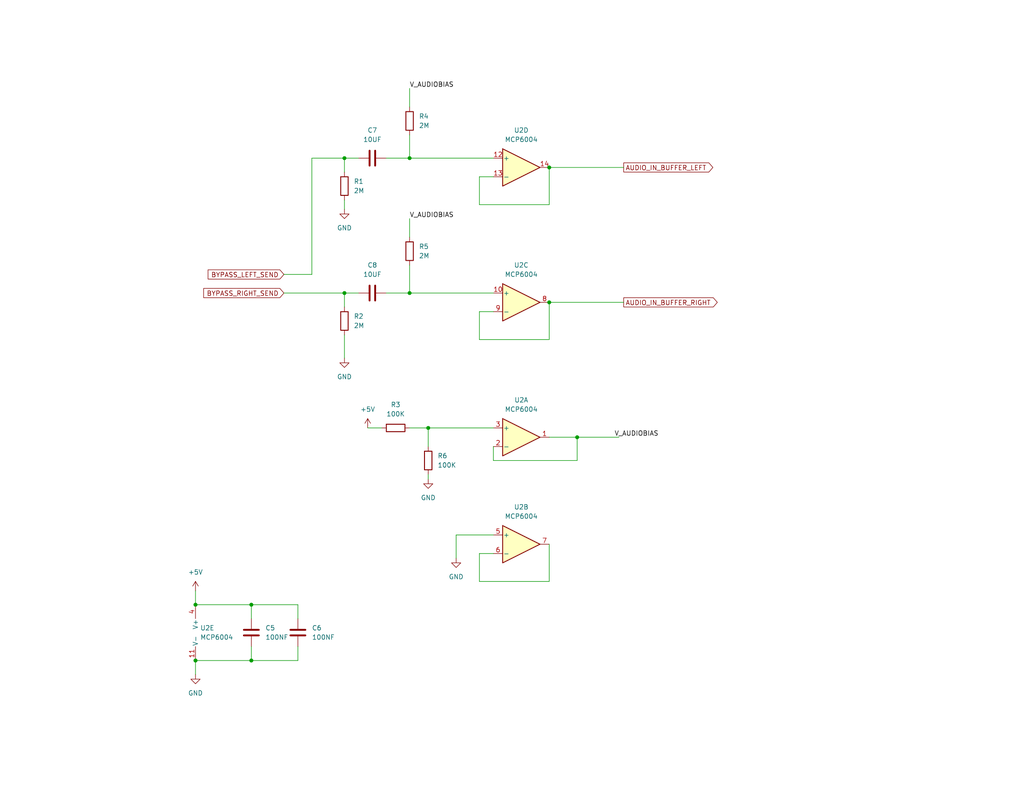
<source format=kicad_sch>
(kicad_sch (version 20250114) (generator "eeschema") (generator_version "9.0")
  (paper "USLetter")
  (title_block (title "Daisy Seed Guitar Pedal 125B") (date "2024-02-25") (rev "6") (company "Made by Keith Shepherd (kshep@mac.com)") (comment 1 "https://github.com/electro-smith/Hardware/blob/master/reference/daisy_petal/") (comment 2 "Schematic from the Electro-Smith Daisy Petal Reference Hardware Rev 5"))
  (lib_symbols
    (symbol "Amplifier_Operational:MCP6004" (pin_names (offset 0.127))
      (property "Reference" "U" (at 0 5.08 0))
      (property "Value" "MCP6004" (at 0 -5.08 0))
      (symbol "MCP6004_1_1"
        (polyline (pts (xy -5.08 5.08) (xy 5.08 0) (xy -5.08 -5.08) (xy -5.08 5.08)) (stroke (width 0.254)) (fill (type background)))
        (pin input line (at -7.62 2.54 0) (length 2.54) (name "+") (number "3"))
        (pin input line (at -7.62 -2.54 0) (length 2.54) (name "-") (number "2"))
        (pin output line (at 7.62 0 180) (length 2.54) (name "~") (number "1"))
      )
      (symbol "MCP6004_2_1"
        (polyline (pts (xy -5.08 5.08) (xy 5.08 0) (xy -5.08 -5.08) (xy -5.08 5.08)) (stroke (width 0.254)) (fill (type background)))
        (pin input line (at -7.62 2.54 0) (length 2.54) (name "+") (number "5"))
        (pin input line (at -7.62 -2.54 0) (length 2.54) (name "-") (number "6"))
        (pin output line (at 7.62 0 180) (length 2.54) (name "~") (number "7"))
      )
      (symbol "MCP6004_3_1"
        (polyline (pts (xy -5.08 5.08) (xy 5.08 0) (xy -5.08 -5.08) (xy -5.08 5.08)) (stroke (width 0.254)) (fill (type background)))
        (pin input line (at -7.62 2.54 0) (length 2.54) (name "+") (number "10"))
        (pin input line (at -7.62 -2.54 0) (length 2.54) (name "-") (number "9"))
        (pin output line (at 7.62 0 180) (length 2.54) (name "~") (number "8"))
      )
      (symbol "MCP6004_4_1"
        (polyline (pts (xy -5.08 5.08) (xy 5.08 0) (xy -5.08 -5.08) (xy -5.08 5.08)) (stroke (width 0.254)) (fill (type background)))
        (pin input line (at -7.62 2.54 0) (length 2.54) (name "+") (number "12"))
        (pin input line (at -7.62 -2.54 0) (length 2.54) (name "-") (number "13"))
        (pin output line (at 7.62 0 180) (length 2.54) (name "~") (number "14"))
      )
      (symbol "MCP6004_5_1"
        (pin power_in line (at -2.54 7.62 270) (length 3.81) (name "V+") (number "4"))
        (pin power_in line (at -2.54 -7.62 90) (length 3.81) (name "V-") (number "11"))
      )
    )
    (symbol "Device:C" (pin_numbers (hide yes)) (pin_names (offset 0.254))
      (property "Reference" "C" (at 0.635 2.54 0))
      (property "Value" "C" (at 0.635 -2.54 0))
      (symbol "C_0_1"
        (polyline (pts (xy -2.032 0.762) (xy 2.032 0.762)) (stroke (width 0.508)))
        (polyline (pts (xy -2.032 -0.762) (xy 2.032 -0.762)) (stroke (width 0.508)))
      )
      (symbol "C_1_1"
        (pin passive line (at 0 3.81 270) (length 2.794) (name "~") (number "1"))
        (pin passive line (at 0 -3.81 90) (length 2.794) (name "~") (number "2"))
      )
    )
    (symbol "Device:R" (pin_numbers (hide yes)) (pin_names (offset 0))
      (property "Reference" "R" (at 2.032 0 90))
      (property "Value" "R" (at 0 0 90))
      (symbol "R_0_1"
        (rectangle (start -1.016 -2.54) (end 1.016 2.54) (stroke (width 0.254)))
      )
      (symbol "R_1_1"
        (pin passive line (at 0 3.81 270) (length 1.27) (name "~") (number "1"))
        (pin passive line (at 0 -3.81 90) (length 1.27) (name "~") (number "2"))
      )
    )
    (symbol "power:+5V" (power) (pin_names (offset 0))
      (property "Value" "+5V" (at 0 3.556 0))
      (symbol "+5V_0_1"
        (polyline (pts (xy -0.762 1.27) (xy 0 2.54)))
        (polyline (pts (xy 0 2.54) (xy 0.762 1.27)))
        (polyline (pts (xy 0 0) (xy 0 2.54)))
      )
      (symbol "+5V_1_1"
        (pin power_in line (at 0 0 90) (length 0) (hide yes) (name "+5V") (number "1"))
      )
    )
    (symbol "power:GND" (power) (pin_names (offset 0))
      (property "Value" "GND" (at 0 -3.81 0))
      (symbol "GND_0_1"
        (polyline (pts (xy 0 0) (xy 0 -1.27) (xy 1.27 -1.27) (xy 0 -2.54) (xy -1.27 -1.27) (xy 0 -1.27)))
      )
      (symbol "GND_1_1"
        (pin power_in line (at 0 0 270) (length 0) (hide yes) (name "GND") (number "1"))
      )
    )
  )
  (junction (at 93.98 43.18))
  (junction (at 149.86 45.72))
  (junction (at 53.34 180.34))
  (junction (at 93.98 80.01))
  (junction (at 68.58 180.34))
  (junction (at 149.86 82.55))
  (junction (at 111.76 80.01))
  (junction (at 111.76 43.18))
  (junction (at 68.58 165.1))
  (junction (at 157.48 119.38))
  (junction (at 116.84 116.84))
  (junction (at 53.34 165.1))
  (wire (pts (xy 116.84 116.84) (xy 134.62 116.84)))
  (wire (pts (xy 68.58 180.34) (xy 81.28 180.34)))
  (wire (pts (xy 130.81 48.26) (xy 134.62 48.26)))
  (wire (pts (xy 149.86 82.55) (xy 149.86 92.71)))
  (wire (pts (xy 149.86 45.72) (xy 149.86 55.88)))
  (wire (pts (xy 77.47 74.93) (xy 85.09 74.93)))
  (wire (pts (xy 111.76 36.83) (xy 111.76 43.18)))
  (wire (pts (xy 149.86 119.38) (xy 157.48 119.38)))
  (wire (pts (xy 68.58 165.1) (xy 81.28 165.1)))
  (wire (pts (xy 111.76 59.69) (xy 111.76 64.77)))
  (wire (pts (xy 111.76 72.39) (xy 111.76 80.01)))
  (wire (pts (xy 134.62 125.73) (xy 134.62 121.92)))
  (wire (pts (xy 157.48 119.38) (xy 157.48 125.73)))
  (wire (pts (xy 85.09 43.18) (xy 93.98 43.18)))
  (wire (pts (xy 116.84 129.54) (xy 116.84 130.81)))
  (wire (pts (xy 111.76 80.01) (xy 134.62 80.01)))
  (wire (pts (xy 68.58 176.53) (xy 68.58 180.34)))
  (wire (pts (xy 77.47 80.01) (xy 93.98 80.01)))
  (wire (pts (xy 149.86 148.59) (xy 149.86 158.75)))
  (wire (pts (xy 130.81 158.75) (xy 130.81 151.13)))
  (wire (pts (xy 53.34 161.29) (xy 53.34 165.1)))
  (wire (pts (xy 93.98 43.18) (xy 93.98 46.99)))
  (wire (pts (xy 124.46 146.05) (xy 124.46 152.4)))
  (wire (pts (xy 149.86 158.75) (xy 130.81 158.75)))
  (wire (pts (xy 111.76 116.84) (xy 116.84 116.84)))
  (wire (pts (xy 93.98 80.01) (xy 97.79 80.01)))
  (wire (pts (xy 53.34 180.34) (xy 53.34 184.15)))
  (wire (pts (xy 111.76 43.18) (xy 134.62 43.18)))
  (wire (pts (xy 68.58 165.1) (xy 68.58 168.91)))
  (wire (pts (xy 149.86 92.71) (xy 130.81 92.71)))
  (wire (pts (xy 81.28 165.1) (xy 81.28 168.91)))
  (wire (pts (xy 53.34 180.34) (xy 68.58 180.34)))
  (wire (pts (xy 93.98 54.61) (xy 93.98 57.15)))
  (wire (pts (xy 157.48 125.73) (xy 134.62 125.73)))
  (wire (pts (xy 149.86 45.72) (xy 170.18 45.72)))
  (wire (pts (xy 93.98 91.44) (xy 93.98 97.79)))
  (wire (pts (xy 157.48 119.38) (xy 168.91 119.38)))
  (wire (pts (xy 130.81 92.71) (xy 130.81 85.09)))
  (wire (pts (xy 105.41 43.18) (xy 111.76 43.18)))
  (wire (pts (xy 134.62 146.05) (xy 124.46 146.05)))
  (wire (pts (xy 53.34 165.1) (xy 68.58 165.1)))
  (wire (pts (xy 93.98 80.01) (xy 93.98 83.82)))
  (wire (pts (xy 130.81 151.13) (xy 134.62 151.13)))
  (wire (pts (xy 116.84 116.84) (xy 116.84 121.92)))
  (wire (pts (xy 93.98 43.18) (xy 97.79 43.18)))
  (wire (pts (xy 149.86 55.88) (xy 130.81 55.88)))
  (wire (pts (xy 111.76 24.13) (xy 111.76 29.21)))
  (wire (pts (xy 81.28 176.53) (xy 81.28 180.34)))
  (wire (pts (xy 85.09 43.18) (xy 85.09 74.93)))
  (wire (pts (xy 149.86 82.55) (xy 170.18 82.55)))
  (wire (pts (xy 100.33 116.84) (xy 104.14 116.84)))
  (wire (pts (xy 105.41 80.01) (xy 111.76 80.01)))
  (wire (pts (xy 130.81 55.88) (xy 130.81 48.26)))
  (wire (pts (xy 130.81 85.09) (xy 134.62 85.09)))
  (label "V_AUDIOBIAS" (at 167.64 119.38 0))
  (label "V_AUDIOBIAS" (at 111.76 59.69 0))
  (label "V_AUDIOBIAS" (at 111.76 24.13 0))
  (global_label "AUDIO_IN_BUFFER_LEFT" (shape output) (at 170.18 45.72 0) (property "Intersheetrefs" "${INTERSHEET_REFS}" (effects (hide yes))))
  (global_label "AUDIO_IN_BUFFER_RIGHT" (shape output) (at 170.18 82.55 0) (property "Intersheetrefs" "${INTERSHEET_REFS}" (effects (hide yes))))
  (global_label "BYPASS_LEFT_SEND" (shape input) (at 77.47 74.93 180) (property "Intersheetrefs" "${INTERSHEET_REFS}" (effects (hide yes))))
  (global_label "BYPASS_RIGHT_SEND" (shape input) (at 77.47 80.01 180) (property "Intersheetrefs" "${INTERSHEET_REFS}" (effects (hide yes))))
  (symbol (lib_id "power:GND") (at 93.98 97.79 0) (unit 1)
    (property "Reference" "#PWR018" (effects (hide yes)))
    (property "Value" "GND" (at 93.98 102.87 0))
  )
  (symbol (lib_id "Device:C") (at 101.6 80.01 90) (unit 1)
    (property "Reference" "C8" (at 101.6 72.39 90))
    (property "Value" "10UF" (at 101.6 74.93 90))
    (property "Footprint" "Capacitor_SMD:C_0805_2012Metric" (effects (hide yes)))
    (property "MPN" "C15850" (effects (hide yes)))
  )
  (symbol (lib_id "Device:R") (at 93.98 87.63 0) (unit 1)
    (property "Reference" "R2" (at 96.52 86.3599 0) (effects (justify left)))
    (property "Value" "2M" (at 96.52 88.8999 0) (effects (justify left)))
    (property "Footprint" "Resistor_SMD:R_0805_2012Metric" (effects (hide yes)))
    (property "MPN" "C26112" (effects (hide yes)))
  )
  (symbol (lib_id "Device:R") (at 116.84 125.73 0) (unit 1)
    (property "Reference" "R6" (at 119.38 124.4599 0) (effects (justify left)))
    (property "Value" "100K" (at 119.38 126.9999 0) (effects (justify left)))
    (property "Footprint" "Resistor_SMD:R_0805_2012Metric" (effects (hide yes)))
    (property "MPN" "C149504" (effects (hide yes)))
  )
  (symbol (lib_id "Amplifier_Operational:MCP6004") (at 142.24 45.72 0) (unit 4)
    (property "Reference" "U2" (at 142.24 35.56 0))
    (property "Value" "MCP6004" (at 142.24 38.1 0))
    (property "Footprint" "Package_SO:SOIC-14_3.9x8.7mm_P1.27mm" (effects (hide yes)))
    (property "Datasheet" "http://ww1.microchip.com/downloads/en/DeviceDoc/21733j.pdf" (effects (hide yes)))
    (property "MPN" "C7378" (effects (hide yes)))
  )
  (symbol (lib_id "Device:R") (at 107.95 116.84 90) (unit 1)
    (property "Reference" "R3" (at 107.95 110.49 90))
    (property "Value" "100K" (at 107.95 113.03 90))
    (property "Footprint" "Resistor_SMD:R_0805_2012Metric" (effects (hide yes)))
    (property "MPN" "C149504" (effects (hide yes)))
  )
  (symbol (lib_id "Device:C") (at 81.28 172.72 0) (unit 1)
    (property "Reference" "C6" (at 85.09 171.4499 0) (effects (justify left)))
    (property "Value" "100NF" (at 85.09 173.9899 0) (effects (justify left)))
    (property "Footprint" "Capacitor_SMD:C_0805_2012Metric" (effects (hide yes)))
    (property "MPN" "C49678" (effects (hide yes)))
  )
  (symbol (lib_id "power:GND") (at 93.98 57.15 0) (unit 1)
    (property "Reference" "#PWR017" (effects (hide yes)))
    (property "Value" "GND" (at 93.98 62.23 0))
  )
  (symbol (lib_id "Device:R") (at 93.98 50.8 0) (unit 1)
    (property "Reference" "R1" (at 96.52 49.5299 0) (effects (justify left)))
    (property "Value" "2M" (at 96.52 52.0699 0) (effects (justify left)))
    (property "Footprint" "Resistor_SMD:R_0805_2012Metric" (effects (hide yes)))
    (property "MPN" "C26112" (effects (hide yes)))
  )
  (symbol (lib_id "Amplifier_Operational:MCP6004") (at 142.24 148.59 0) (unit 2)
    (property "Reference" "U2" (at 142.24 138.43 0))
    (property "Value" "MCP6004" (at 142.24 140.97 0))
    (property "Footprint" "Package_SO:SOIC-14_3.9x8.7mm_P1.27mm" (effects (hide yes)))
    (property "Datasheet" "http://ww1.microchip.com/downloads/en/DeviceDoc/21733j.pdf" (effects (hide yes)))
    (property "MPN" "C7378" (effects (hide yes)))
  )
  (symbol (lib_id "Amplifier_Operational:MCP6004") (at 142.24 119.38 0) (unit 1)
    (property "Reference" "U2" (at 142.24 109.22 0))
    (property "Value" "MCP6004" (at 142.24 111.76 0))
    (property "Footprint" "Package_SO:SOIC-14_3.9x8.7mm_P1.27mm" (effects (hide yes)))
    (property "Datasheet" "http://ww1.microchip.com/downloads/en/DeviceDoc/21733j.pdf" (effects (hide yes)))
    (property "MPN" "C7378" (effects (hide yes)))
  )
  (symbol (lib_id "power:GND") (at 124.46 152.4 0) (unit 1)
    (property "Reference" "#PWR021" (effects (hide yes)))
    (property "Value" "GND" (at 124.46 157.48 0))
  )
  (symbol (lib_id "Device:R") (at 111.76 33.02 0) (unit 1)
    (property "Reference" "R4" (at 114.3 31.7499 0) (effects (justify left)))
    (property "Value" "2M" (at 114.3 34.2899 0) (effects (justify left)))
    (property "Footprint" "Resistor_SMD:R_0805_2012Metric" (effects (hide yes)))
    (property "MPN" "C26112" (effects (hide yes)))
  )
  (symbol (lib_id "Device:R") (at 111.76 68.58 0) (unit 1)
    (property "Reference" "R5" (at 114.3 67.3099 0) (effects (justify left)))
    (property "Value" "2M" (at 114.3 69.8499 0) (effects (justify left)))
    (property "Footprint" "Resistor_SMD:R_0805_2012Metric" (effects (hide yes)))
    (property "MPN" "C26112" (effects (hide yes)))
  )
  (symbol (lib_id "power:GND") (at 53.34 184.15 0) (unit 1)
    (property "Reference" "#PWR016" (effects (hide yes)))
    (property "Value" "GND" (at 53.34 189.23 0))
  )
  (symbol (lib_id "Amplifier_Operational:MCP6004") (at 142.24 82.55 0) (unit 3)
    (property "Reference" "U2" (at 142.24 72.39 0))
    (property "Value" "MCP6004" (at 142.24 74.93 0))
    (property "Footprint" "Package_SO:SOIC-14_3.9x8.7mm_P1.27mm" (effects (hide yes)))
    (property "Datasheet" "http://ww1.microchip.com/downloads/en/DeviceDoc/21733j.pdf" (effects (hide yes)))
    (property "MPN" "C7378" (effects (hide yes)))
  )
  (symbol (lib_id "power:GND") (at 116.84 130.81 0) (unit 1)
    (property "Reference" "#PWR020" (effects (hide yes)))
    (property "Value" "GND" (at 116.84 135.89 0))
  )
  (symbol (lib_id "Amplifier_Operational:MCP6004") (at 55.88 172.72 0) (unit 5)
    (property "Reference" "U2" (at 54.61 171.4499 0) (effects (justify left)))
    (property "Value" "MCP6004" (at 54.61 173.9899 0) (effects (justify left)))
    (property "Footprint" "Package_SO:SOIC-14_3.9x8.7mm_P1.27mm" (effects (hide yes)))
    (property "Datasheet" "http://ww1.microchip.com/downloads/en/DeviceDoc/21733j.pdf" (effects (hide yes)))
    (property "MPN" "C7378" (effects (hide yes)))
  )
  (symbol (lib_id "Device:C") (at 101.6 43.18 90) (unit 1)
    (property "Reference" "C7" (at 101.6 35.56 90))
    (property "Value" "10UF" (at 101.6 38.1 90))
    (property "Footprint" "Capacitor_SMD:C_0805_2012Metric" (effects (hide yes)))
    (property "MPN" "C15850" (effects (hide yes)))
  )
  (symbol (lib_id "power:+5V") (at 53.34 161.29 0) (unit 1)
    (property "Reference" "#PWR015" (effects (hide yes)))
    (property "Value" "+5V" (at 53.34 156.21 0))
  )
  (symbol (lib_id "power:+5V") (at 100.33 116.84 0) (unit 1)
    (property "Reference" "#PWR019" (effects (hide yes)))
    (property "Value" "+5V" (at 100.33 111.76 0))
  )
  (symbol (lib_id "Device:C") (at 68.58 172.72 0) (unit 1)
    (property "Reference" "C5" (at 72.39 171.4499 0) (effects (justify left)))
    (property "Value" "100NF" (at 72.39 173.9899 0) (effects (justify left)))
    (property "Footprint" "Capacitor_SMD:C_0805_2012Metric" (effects (hide yes)))
    (property "MPN" "C49678" (effects (hide yes)))
  )
)
</source>
